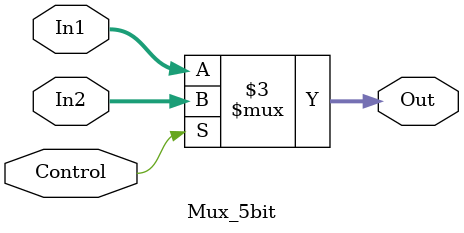
<source format=v>

module Mux(In1,In2,Control,Out);
input[31:0] In1,In2;
input Control;

output[31:0] Out;

reg[31:0] Out;

always @(Control or In1 or In2)
begin
if(Control)
Out <= In2;

else
Out <= In1;
end

endmodule



module Mux_5bit(In1,In2,Control,Out);
input[4:0] In1,In2;
input Control;

output[4:0] Out;

reg[4:0] Out;

always @(Control or In1 or In2)
begin
if(Control)
Out <= In2;

else
Out <= In1;
end

endmodule

</source>
